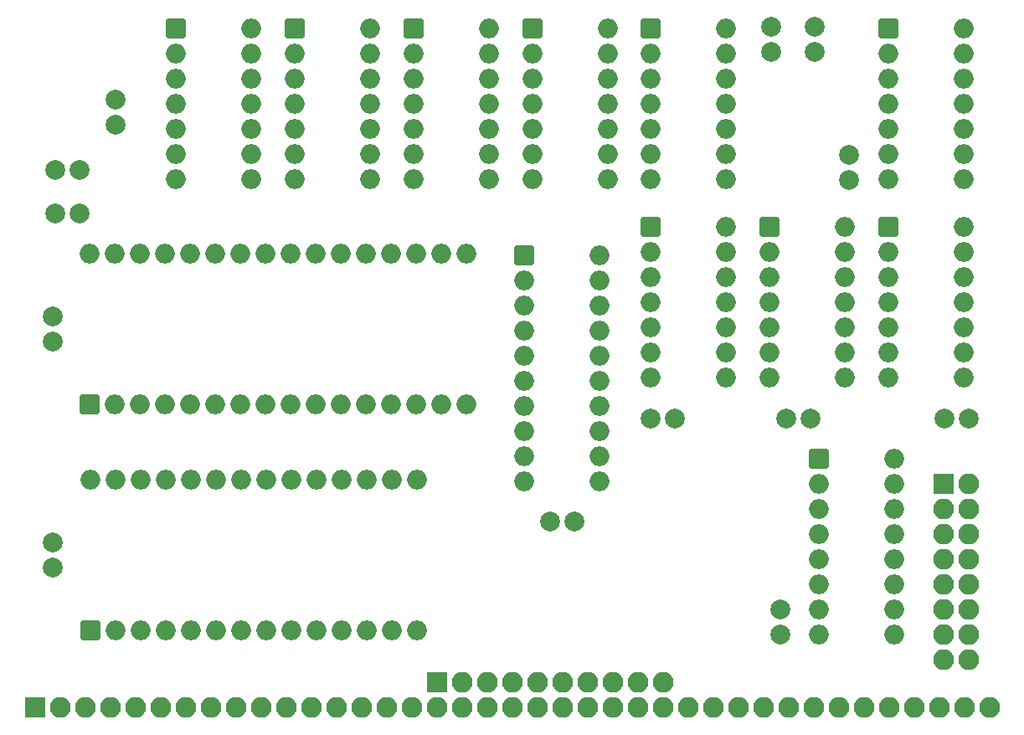
<source format=gts>
G04 #@! TF.GenerationSoftware,KiCad,Pcbnew,6.0.2+dfsg-1*
G04 #@! TF.CreationDate,2024-02-05T13:25:35-05:00*
G04 #@! TF.ProjectId,megacart-ram,6d656761-6361-4727-942d-72616d2e6b69,rev?*
G04 #@! TF.SameCoordinates,Original*
G04 #@! TF.FileFunction,Soldermask,Top*
G04 #@! TF.FilePolarity,Negative*
%FSLAX46Y46*%
G04 Gerber Fmt 4.6, Leading zero omitted, Abs format (unit mm)*
G04 Created by KiCad (PCBNEW 6.0.2+dfsg-1) date 2024-02-05 13:25:35*
%MOMM*%
%LPD*%
G01*
G04 APERTURE LIST*
G04 Aperture macros list*
%AMRoundRect*
0 Rectangle with rounded corners*
0 $1 Rounding radius*
0 $2 $3 $4 $5 $6 $7 $8 $9 X,Y pos of 4 corners*
0 Add a 4 corners polygon primitive as box body*
4,1,4,$2,$3,$4,$5,$6,$7,$8,$9,$2,$3,0*
0 Add four circle primitives for the rounded corners*
1,1,$1+$1,$2,$3*
1,1,$1+$1,$4,$5*
1,1,$1+$1,$6,$7*
1,1,$1+$1,$8,$9*
0 Add four rect primitives between the rounded corners*
20,1,$1+$1,$2,$3,$4,$5,0*
20,1,$1+$1,$4,$5,$6,$7,0*
20,1,$1+$1,$6,$7,$8,$9,0*
20,1,$1+$1,$8,$9,$2,$3,0*%
G04 Aperture macros list end*
%ADD10RoundRect,0.200000X0.850000X-0.850000X0.850000X0.850000X-0.850000X0.850000X-0.850000X-0.850000X0*%
%ADD11O,2.100000X2.100000*%
%ADD12RoundRect,0.200000X-0.800000X-0.800000X0.800000X-0.800000X0.800000X0.800000X-0.800000X0.800000X0*%
%ADD13O,2.000000X2.000000*%
%ADD14C,2.000000*%
%ADD15RoundRect,0.200000X-0.850000X-0.850000X0.850000X-0.850000X0.850000X0.850000X-0.850000X0.850000X0*%
%ADD16RoundRect,0.200000X0.800000X-0.800000X0.800000X0.800000X-0.800000X0.800000X-0.800000X-0.800000X0*%
G04 APERTURE END LIST*
D10*
X155702000Y-151612600D03*
D11*
X158242000Y-151612600D03*
X160782000Y-151612600D03*
X163322000Y-151612600D03*
X165862000Y-151612600D03*
X168402000Y-151612600D03*
X170942000Y-151612600D03*
X173482000Y-151612600D03*
X176022000Y-151612600D03*
X178562000Y-151612600D03*
X181102000Y-151612600D03*
X183642000Y-151612600D03*
X186182000Y-151612600D03*
X188722000Y-151612600D03*
X191262000Y-151612600D03*
X193802000Y-151612600D03*
X196342000Y-151612600D03*
X198882000Y-151612600D03*
X201422000Y-151612600D03*
X203962000Y-151612600D03*
X206502000Y-151612600D03*
X209042000Y-151612600D03*
X211582000Y-151612600D03*
X214122000Y-151612600D03*
X216662000Y-151612600D03*
X219202000Y-151612600D03*
X221742000Y-151612600D03*
X224282000Y-151612600D03*
X226822000Y-151612600D03*
X229362000Y-151612600D03*
X231902000Y-151612600D03*
X234442000Y-151612600D03*
X236982000Y-151612600D03*
X239522000Y-151612600D03*
X242062000Y-151612600D03*
X244602000Y-151612600D03*
X247142000Y-151612600D03*
X249682000Y-151612600D03*
X252222000Y-151612600D03*
D10*
X196342000Y-149072600D03*
D11*
X198882000Y-149072600D03*
X201422000Y-149072600D03*
X203962000Y-149072600D03*
X206502000Y-149072600D03*
X209042000Y-149072600D03*
X211582000Y-149072600D03*
X214122000Y-149072600D03*
X216662000Y-149072600D03*
X219202000Y-149072600D03*
D12*
X242000000Y-103000000D03*
D13*
X242000000Y-105540000D03*
X242000000Y-108080000D03*
X242000000Y-110620000D03*
X242000000Y-113160000D03*
X242000000Y-115700000D03*
X242000000Y-118240000D03*
X249620000Y-118240000D03*
X249620000Y-115700000D03*
X249620000Y-113160000D03*
X249620000Y-110620000D03*
X249620000Y-108080000D03*
X249620000Y-105540000D03*
X249620000Y-103000000D03*
D14*
X231668000Y-122428000D03*
X234168000Y-122428000D03*
X157480000Y-137480000D03*
X157480000Y-134980000D03*
D12*
X230000000Y-103000000D03*
D13*
X230000000Y-105540000D03*
X230000000Y-108080000D03*
X230000000Y-110620000D03*
X230000000Y-113160000D03*
X230000000Y-115700000D03*
X230000000Y-118240000D03*
X237620000Y-118240000D03*
X237620000Y-115700000D03*
X237620000Y-113160000D03*
X237620000Y-110620000D03*
X237620000Y-108080000D03*
X237620000Y-105540000D03*
X237620000Y-103000000D03*
D14*
X250170000Y-122428000D03*
X247670000Y-122428000D03*
D12*
X170000000Y-83000000D03*
D13*
X170000000Y-85540000D03*
X170000000Y-88080000D03*
X170000000Y-90620000D03*
X170000000Y-93160000D03*
X170000000Y-95700000D03*
X170000000Y-98240000D03*
X177620000Y-98240000D03*
X177620000Y-95700000D03*
X177620000Y-93160000D03*
X177620000Y-90620000D03*
X177620000Y-88080000D03*
X177620000Y-85540000D03*
X177620000Y-83000000D03*
D14*
X157480000Y-114620000D03*
X157480000Y-112120000D03*
D15*
X247635000Y-129047000D03*
D11*
X250175000Y-129047000D03*
X247635000Y-131587000D03*
X250175000Y-131587000D03*
X247635000Y-134127000D03*
X250175000Y-134127000D03*
X247635000Y-136667000D03*
X250175000Y-136667000D03*
X247635000Y-139207000D03*
X250175000Y-139207000D03*
X247635000Y-141747000D03*
X250175000Y-141747000D03*
X247635000Y-144287000D03*
X250175000Y-144287000D03*
X247635000Y-146827000D03*
X250175000Y-146827000D03*
D14*
X220452000Y-122428000D03*
X217952000Y-122428000D03*
D16*
X161280000Y-120975000D03*
D13*
X163820000Y-120975000D03*
X166360000Y-120975000D03*
X168900000Y-120975000D03*
X171440000Y-120975000D03*
X173980000Y-120975000D03*
X176520000Y-120975000D03*
X179060000Y-120975000D03*
X181600000Y-120975000D03*
X184140000Y-120975000D03*
X186680000Y-120975000D03*
X189220000Y-120975000D03*
X191760000Y-120975000D03*
X194300000Y-120975000D03*
X196840000Y-120975000D03*
X199380000Y-120975000D03*
X199380000Y-105735000D03*
X196840000Y-105735000D03*
X194300000Y-105735000D03*
X191760000Y-105735000D03*
X189220000Y-105735000D03*
X186680000Y-105735000D03*
X184140000Y-105735000D03*
X181600000Y-105735000D03*
X179060000Y-105735000D03*
X176520000Y-105735000D03*
X173980000Y-105735000D03*
X171440000Y-105735000D03*
X168900000Y-105735000D03*
X166360000Y-105735000D03*
X163820000Y-105735000D03*
X161280000Y-105735000D03*
D12*
X242000000Y-83000000D03*
D13*
X242000000Y-85540000D03*
X242000000Y-88080000D03*
X242000000Y-90620000D03*
X242000000Y-93160000D03*
X242000000Y-95700000D03*
X242000000Y-98240000D03*
X249620000Y-98240000D03*
X249620000Y-95700000D03*
X249620000Y-93160000D03*
X249620000Y-90620000D03*
X249620000Y-88080000D03*
X249620000Y-85540000D03*
X249620000Y-83000000D03*
D12*
X234950000Y-126492000D03*
D13*
X234950000Y-129032000D03*
X234950000Y-131572000D03*
X234950000Y-134112000D03*
X234950000Y-136652000D03*
X234950000Y-139192000D03*
X234950000Y-141732000D03*
X234950000Y-144272000D03*
X242570000Y-144272000D03*
X242570000Y-141732000D03*
X242570000Y-139192000D03*
X242570000Y-136652000D03*
X242570000Y-134112000D03*
X242570000Y-131572000D03*
X242570000Y-129032000D03*
X242570000Y-126492000D03*
D12*
X182000000Y-83000000D03*
D13*
X182000000Y-85540000D03*
X182000000Y-88080000D03*
X182000000Y-90620000D03*
X182000000Y-93160000D03*
X182000000Y-95700000D03*
X182000000Y-98240000D03*
X189620000Y-98240000D03*
X189620000Y-95700000D03*
X189620000Y-93160000D03*
X189620000Y-90620000D03*
X189620000Y-88080000D03*
X189620000Y-85540000D03*
X189620000Y-83000000D03*
D12*
X218000000Y-103000000D03*
D13*
X218000000Y-105540000D03*
X218000000Y-108080000D03*
X218000000Y-110620000D03*
X218000000Y-113160000D03*
X218000000Y-115700000D03*
X218000000Y-118240000D03*
X225620000Y-118240000D03*
X225620000Y-115700000D03*
X225620000Y-113160000D03*
X225620000Y-110620000D03*
X225620000Y-108080000D03*
X225620000Y-105540000D03*
X225620000Y-103000000D03*
D14*
X231130000Y-141752000D03*
X231130000Y-144252000D03*
X230124000Y-82824000D03*
X230124000Y-85324000D03*
X237998000Y-95778000D03*
X237998000Y-98278000D03*
D12*
X205200000Y-105918000D03*
D13*
X205200000Y-108458000D03*
X205200000Y-110998000D03*
X205200000Y-113538000D03*
X205200000Y-116078000D03*
X205200000Y-118618000D03*
X205200000Y-121158000D03*
X205200000Y-123698000D03*
X205200000Y-126238000D03*
X205200000Y-128778000D03*
X212820000Y-128778000D03*
X212820000Y-126238000D03*
X212820000Y-123698000D03*
X212820000Y-121158000D03*
X212820000Y-118618000D03*
X212820000Y-116078000D03*
X212820000Y-113538000D03*
X212820000Y-110998000D03*
X212820000Y-108458000D03*
X212820000Y-105918000D03*
D12*
X218000000Y-83000000D03*
D13*
X218000000Y-85540000D03*
X218000000Y-88080000D03*
X218000000Y-90620000D03*
X218000000Y-93160000D03*
X218000000Y-95700000D03*
X218000000Y-98240000D03*
X225620000Y-98240000D03*
X225620000Y-95700000D03*
X225620000Y-93160000D03*
X225620000Y-90620000D03*
X225620000Y-88080000D03*
X225620000Y-85540000D03*
X225620000Y-83000000D03*
D14*
X234569000Y-82824000D03*
X234569000Y-85324000D03*
D12*
X194000000Y-83000000D03*
D13*
X194000000Y-85540000D03*
X194000000Y-88080000D03*
X194000000Y-90620000D03*
X194000000Y-93160000D03*
X194000000Y-95700000D03*
X194000000Y-98240000D03*
X201620000Y-98240000D03*
X201620000Y-95700000D03*
X201620000Y-93160000D03*
X201620000Y-90620000D03*
X201620000Y-88080000D03*
X201620000Y-85540000D03*
X201620000Y-83000000D03*
D14*
X157734000Y-101727000D03*
X160234000Y-101727000D03*
X163830000Y-90170000D03*
X163830000Y-92670000D03*
D12*
X206000000Y-83000000D03*
D13*
X206000000Y-85540000D03*
X206000000Y-88080000D03*
X206000000Y-90620000D03*
X206000000Y-93160000D03*
X206000000Y-95700000D03*
X206000000Y-98240000D03*
X213620000Y-98240000D03*
X213620000Y-95700000D03*
X213620000Y-93160000D03*
X213620000Y-90620000D03*
X213620000Y-88080000D03*
X213620000Y-85540000D03*
X213620000Y-83000000D03*
D14*
X207792000Y-132842000D03*
X210292000Y-132842000D03*
D16*
X161290000Y-143835000D03*
D13*
X163830000Y-143835000D03*
X166370000Y-143835000D03*
X168910000Y-143835000D03*
X171450000Y-143835000D03*
X173990000Y-143835000D03*
X176530000Y-143835000D03*
X179070000Y-143835000D03*
X181610000Y-143835000D03*
X184150000Y-143835000D03*
X186690000Y-143835000D03*
X189230000Y-143835000D03*
X191770000Y-143835000D03*
X194310000Y-143835000D03*
X194310000Y-128595000D03*
X191770000Y-128595000D03*
X189230000Y-128595000D03*
X186690000Y-128595000D03*
X184150000Y-128595000D03*
X181610000Y-128595000D03*
X179070000Y-128595000D03*
X176530000Y-128595000D03*
X173990000Y-128595000D03*
X171450000Y-128595000D03*
X168910000Y-128595000D03*
X166370000Y-128595000D03*
X163830000Y-128595000D03*
X161290000Y-128595000D03*
D14*
X157754000Y-97282000D03*
X160254000Y-97282000D03*
M02*

</source>
